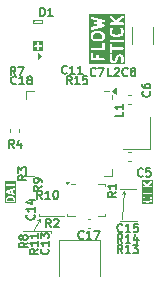
<source format=gbr>
%TF.GenerationSoftware,KiCad,Pcbnew,9.0.1*%
%TF.CreationDate,2025-07-17T15:45:22-04:00*%
%TF.ProjectId,flowstick_main_pcb,666c6f77-7374-4696-936b-5f6d61696e5f,rev?*%
%TF.SameCoordinates,Original*%
%TF.FileFunction,Legend,Top*%
%TF.FilePolarity,Positive*%
%FSLAX46Y46*%
G04 Gerber Fmt 4.6, Leading zero omitted, Abs format (unit mm)*
G04 Created by KiCad (PCBNEW 9.0.1) date 2025-07-17 15:45:22*
%MOMM*%
%LPD*%
G01*
G04 APERTURE LIST*
%ADD10C,0.100000*%
%ADD11C,0.140000*%
%ADD12C,0.200000*%
%ADD13C,0.120000*%
G04 APERTURE END LIST*
D10*
X153600000Y-94600000D02*
X153789796Y-92275000D01*
X147600000Y-95600000D02*
X147600000Y-95800000D01*
X146600000Y-94400000D02*
X148700000Y-94400000D01*
X146700000Y-94600000D02*
X146400000Y-94700000D01*
X145200000Y-95600000D02*
X147600000Y-95600000D01*
X146100000Y-95600000D02*
X146700000Y-94600000D01*
X146700000Y-94800000D02*
X146700000Y-94600000D01*
X146700000Y-94600000D02*
X146700000Y-94900000D01*
X146600000Y-94200000D02*
X146600000Y-94400000D01*
X153400000Y-92100000D02*
X154800000Y-92100000D01*
X153400000Y-94800000D02*
X154900000Y-94800000D01*
X153600000Y-92500000D02*
X153789796Y-92275000D01*
X153789796Y-92275000D02*
X153900000Y-92500000D01*
D11*
G36*
X156264331Y-93322339D02*
G01*
X155268775Y-93322339D01*
X155268775Y-92874561D01*
X155346553Y-92874561D01*
X155346553Y-92941228D01*
X155348741Y-92952232D01*
X155350145Y-92963364D01*
X155383478Y-93063364D01*
X155385214Y-93066409D01*
X155385214Y-93068016D01*
X155391446Y-93077342D01*
X155397004Y-93087092D01*
X155398441Y-93087810D01*
X155400389Y-93090725D01*
X155467055Y-93157392D01*
X155476381Y-93163623D01*
X155485248Y-93170505D01*
X155551916Y-93203838D01*
X155559309Y-93205862D01*
X155566243Y-93209138D01*
X155699575Y-93242471D01*
X155708141Y-93242888D01*
X155716553Y-93244561D01*
X155816553Y-93244561D01*
X155824964Y-93242887D01*
X155833530Y-93242471D01*
X155966863Y-93209138D01*
X155973795Y-93205863D01*
X155981191Y-93203838D01*
X156047858Y-93170505D01*
X156056728Y-93163620D01*
X156066050Y-93157392D01*
X156132717Y-93090726D01*
X156134665Y-93087810D01*
X156136102Y-93087092D01*
X156141657Y-93077345D01*
X156147892Y-93068016D01*
X156147892Y-93066409D01*
X156149628Y-93063364D01*
X156182961Y-92963364D01*
X156184364Y-92952232D01*
X156186553Y-92941228D01*
X156186553Y-92874561D01*
X156184364Y-92863556D01*
X156182961Y-92852425D01*
X156149628Y-92752425D01*
X156147892Y-92749379D01*
X156147892Y-92747772D01*
X156141655Y-92738439D01*
X156136102Y-92728697D01*
X156134665Y-92727978D01*
X156132717Y-92725063D01*
X156099383Y-92691730D01*
X156076673Y-92676556D01*
X156023097Y-92676556D01*
X155985214Y-92714441D01*
X155985214Y-92768017D01*
X156000389Y-92790726D01*
X156022037Y-92812373D01*
X156046553Y-92885920D01*
X156046553Y-92929868D01*
X156022037Y-93003415D01*
X155975089Y-93050364D01*
X155925454Y-93075181D01*
X155807936Y-93104561D01*
X155725170Y-93104561D01*
X155607652Y-93075181D01*
X155558017Y-93050364D01*
X155511068Y-93003416D01*
X155486553Y-92929868D01*
X155486553Y-92885920D01*
X155511068Y-92812373D01*
X155532717Y-92790726D01*
X155547892Y-92768017D01*
X155547893Y-92714441D01*
X155510009Y-92676556D01*
X155456433Y-92676555D01*
X155433723Y-92691730D01*
X155400389Y-92725063D01*
X155398440Y-92727978D01*
X155397004Y-92728697D01*
X155391450Y-92738439D01*
X155385214Y-92747772D01*
X155385214Y-92749379D01*
X155383478Y-92752425D01*
X155350145Y-92852425D01*
X155348741Y-92863556D01*
X155346553Y-92874561D01*
X155268775Y-92874561D01*
X155268775Y-92414440D01*
X155351881Y-92414440D01*
X155351881Y-92468016D01*
X155389765Y-92505900D01*
X155416553Y-92511228D01*
X156116553Y-92511228D01*
X156143341Y-92505900D01*
X156181225Y-92468016D01*
X156186553Y-92441228D01*
X156186553Y-92107895D01*
X156181225Y-92081107D01*
X156143341Y-92043223D01*
X156089765Y-92043223D01*
X156051881Y-92081107D01*
X156046553Y-92107895D01*
X156046553Y-92371228D01*
X155416553Y-92371228D01*
X155389765Y-92376556D01*
X155351881Y-92414440D01*
X155268775Y-92414440D01*
X155268775Y-91447773D01*
X155351881Y-91447773D01*
X155351881Y-91501349D01*
X155367056Y-91524058D01*
X155647558Y-91804561D01*
X155416553Y-91804561D01*
X155389765Y-91809889D01*
X155351881Y-91847773D01*
X155351881Y-91901349D01*
X155389765Y-91939233D01*
X155416553Y-91944561D01*
X156116553Y-91944561D01*
X156143341Y-91939233D01*
X156181225Y-91901349D01*
X156181225Y-91847773D01*
X156143341Y-91809889D01*
X156116553Y-91804561D01*
X155845548Y-91804561D01*
X155823121Y-91782134D01*
X156158553Y-91530561D01*
X156176787Y-91510226D01*
X156184363Y-91457188D01*
X156152218Y-91414327D01*
X156099180Y-91406751D01*
X156074553Y-91418561D01*
X155723121Y-91682134D01*
X155466050Y-91425064D01*
X155443341Y-91409889D01*
X155389765Y-91409889D01*
X155351881Y-91447773D01*
X155268775Y-91447773D01*
X155268775Y-91328973D01*
X156264331Y-91328973D01*
X156264331Y-93322339D01*
G37*
D12*
G36*
X151853264Y-78942676D02*
G01*
X151917442Y-79006853D01*
X151947247Y-79066463D01*
X151947247Y-79209725D01*
X151917442Y-79269334D01*
X151853264Y-79333511D01*
X151701603Y-79371427D01*
X151392889Y-79371427D01*
X151241230Y-79333512D01*
X151177051Y-79269333D01*
X151147247Y-79209724D01*
X151147247Y-79066463D01*
X151177051Y-79006854D01*
X151241230Y-78942675D01*
X151392889Y-78904761D01*
X151701603Y-78904761D01*
X151853264Y-78942676D01*
G37*
G36*
X153868302Y-81515872D02*
G01*
X150836136Y-81515872D01*
X150836136Y-80614285D01*
X150947247Y-80614285D01*
X150947247Y-81090475D01*
X150949168Y-81109984D01*
X150964100Y-81146032D01*
X150991690Y-81173622D01*
X151027738Y-81188554D01*
X151047247Y-81190475D01*
X152047247Y-81190475D01*
X152066756Y-81188554D01*
X152102804Y-81173622D01*
X152130394Y-81146032D01*
X152145326Y-81109984D01*
X152145326Y-81070966D01*
X152130394Y-81034918D01*
X152102804Y-81007328D01*
X152066756Y-80992396D01*
X152047247Y-80990475D01*
X151623437Y-80990475D01*
X151623437Y-80876190D01*
X152557191Y-80876190D01*
X152557191Y-81114285D01*
X152559112Y-81133794D01*
X152560487Y-81137114D01*
X152560742Y-81140698D01*
X152567748Y-81159006D01*
X152615367Y-81254244D01*
X152620652Y-81262640D01*
X152621663Y-81265080D01*
X152623916Y-81267826D01*
X152625810Y-81270834D01*
X152627804Y-81272563D01*
X152634099Y-81280234D01*
X152681718Y-81327852D01*
X152689384Y-81334144D01*
X152691117Y-81336142D01*
X152694125Y-81338035D01*
X152696871Y-81340289D01*
X152699311Y-81341299D01*
X152707708Y-81346585D01*
X152802945Y-81394204D01*
X152821254Y-81401210D01*
X152824837Y-81401464D01*
X152828158Y-81402840D01*
X152847667Y-81404761D01*
X152942905Y-81404761D01*
X152962414Y-81402840D01*
X152965734Y-81401464D01*
X152969318Y-81401210D01*
X152987626Y-81394204D01*
X153082864Y-81346585D01*
X153091260Y-81341299D01*
X153093700Y-81340289D01*
X153096446Y-81338035D01*
X153099454Y-81336142D01*
X153101183Y-81334147D01*
X153108854Y-81327853D01*
X153156472Y-81280234D01*
X153162764Y-81272567D01*
X153164762Y-81270835D01*
X153166655Y-81267826D01*
X153168909Y-81265081D01*
X153169919Y-81262640D01*
X153175205Y-81254244D01*
X153222824Y-81159007D01*
X153223370Y-81157578D01*
X153223800Y-81156999D01*
X153226721Y-81148822D01*
X153229830Y-81140698D01*
X153229881Y-81139977D01*
X153230395Y-81138539D01*
X153275351Y-80958713D01*
X153310805Y-80887806D01*
X153335473Y-80863137D01*
X153395083Y-80833333D01*
X153443107Y-80833333D01*
X153502718Y-80863139D01*
X153527386Y-80887806D01*
X153557191Y-80947416D01*
X153557191Y-81145677D01*
X153514704Y-81273138D01*
X153510357Y-81292254D01*
X153513123Y-81331174D01*
X153530573Y-81366073D01*
X153560049Y-81391638D01*
X153597065Y-81403976D01*
X153635985Y-81401210D01*
X153670884Y-81383760D01*
X153696449Y-81354284D01*
X153704440Y-81336384D01*
X153752059Y-81193527D01*
X153754258Y-81183854D01*
X153755270Y-81181413D01*
X153755618Y-81177875D01*
X153756406Y-81174412D01*
X153756218Y-81171777D01*
X153757191Y-81161904D01*
X153757191Y-80923809D01*
X153755270Y-80904300D01*
X153753894Y-80900979D01*
X153753640Y-80897396D01*
X153746634Y-80879087D01*
X153699015Y-80783850D01*
X153693729Y-80775453D01*
X153692719Y-80773013D01*
X153690465Y-80770267D01*
X153688572Y-80767259D01*
X153686575Y-80765527D01*
X153680282Y-80757859D01*
X153632662Y-80710241D01*
X153624992Y-80703946D01*
X153623263Y-80701952D01*
X153620258Y-80700060D01*
X153617509Y-80697804D01*
X153615065Y-80696792D01*
X153606673Y-80691509D01*
X153511435Y-80643890D01*
X153493127Y-80636884D01*
X153489543Y-80636629D01*
X153486223Y-80635254D01*
X153466714Y-80633333D01*
X153371476Y-80633333D01*
X153351967Y-80635254D01*
X153348646Y-80636629D01*
X153345063Y-80636884D01*
X153326754Y-80643890D01*
X153231517Y-80691509D01*
X153223120Y-80696794D01*
X153220680Y-80697805D01*
X153217934Y-80700058D01*
X153214926Y-80701952D01*
X153213193Y-80703949D01*
X153205527Y-80710242D01*
X153157908Y-80757860D01*
X153151613Y-80765530D01*
X153149619Y-80767260D01*
X153147725Y-80770267D01*
X153145472Y-80773014D01*
X153144461Y-80775453D01*
X153139176Y-80783850D01*
X153091557Y-80879088D01*
X153091011Y-80880514D01*
X153090581Y-80881095D01*
X153087659Y-80889271D01*
X153084551Y-80897396D01*
X153084499Y-80898118D01*
X153083986Y-80899556D01*
X153039029Y-81079380D01*
X153003576Y-81150287D01*
X152978907Y-81174955D01*
X152919298Y-81204761D01*
X152871274Y-81204761D01*
X152811664Y-81174956D01*
X152786996Y-81150287D01*
X152757191Y-81090677D01*
X152757191Y-80892417D01*
X152799678Y-80764956D01*
X152804025Y-80745841D01*
X152801259Y-80706921D01*
X152783809Y-80672022D01*
X152754333Y-80646457D01*
X152717317Y-80634118D01*
X152678397Y-80636885D01*
X152643498Y-80654334D01*
X152617933Y-80683810D01*
X152609942Y-80701711D01*
X152562323Y-80844567D01*
X152560123Y-80854238D01*
X152559112Y-80856681D01*
X152558763Y-80860219D01*
X152557976Y-80863683D01*
X152558163Y-80866316D01*
X152557191Y-80876190D01*
X151623437Y-80876190D01*
X151623437Y-80757142D01*
X151621516Y-80737633D01*
X151606584Y-80701585D01*
X151578994Y-80673995D01*
X151542946Y-80659063D01*
X151503928Y-80659063D01*
X151467880Y-80673995D01*
X151440290Y-80701585D01*
X151425358Y-80737633D01*
X151423437Y-80757142D01*
X151423437Y-80990475D01*
X151147247Y-80990475D01*
X151147247Y-80614285D01*
X151145326Y-80594776D01*
X151130394Y-80558728D01*
X151102804Y-80531138D01*
X151066756Y-80516206D01*
X151027738Y-80516206D01*
X150991690Y-80531138D01*
X150964100Y-80558728D01*
X150949168Y-80594776D01*
X150947247Y-80614285D01*
X150836136Y-80614285D01*
X150836136Y-80213823D01*
X150949168Y-80213823D01*
X150949168Y-80252841D01*
X150964100Y-80288889D01*
X150991690Y-80316479D01*
X151027738Y-80331411D01*
X151047247Y-80333332D01*
X152047247Y-80333332D01*
X152066756Y-80331411D01*
X152102804Y-80316479D01*
X152130394Y-80288889D01*
X152145326Y-80252841D01*
X152147247Y-80233332D01*
X152147247Y-79876190D01*
X152557191Y-79876190D01*
X152557191Y-80447618D01*
X152559112Y-80467127D01*
X152574044Y-80503175D01*
X152601634Y-80530765D01*
X152637682Y-80545697D01*
X152676700Y-80545697D01*
X152712748Y-80530765D01*
X152740338Y-80503175D01*
X152755270Y-80467127D01*
X152757191Y-80447618D01*
X152757191Y-80261904D01*
X153657191Y-80261904D01*
X153676700Y-80259983D01*
X153712748Y-80245051D01*
X153740338Y-80217461D01*
X153755270Y-80181413D01*
X153755270Y-80142395D01*
X153740338Y-80106347D01*
X153712748Y-80078757D01*
X153676700Y-80063825D01*
X153657191Y-80061904D01*
X152757191Y-80061904D01*
X152757191Y-79876190D01*
X152755270Y-79856681D01*
X152740338Y-79820633D01*
X152712748Y-79793043D01*
X152676700Y-79778111D01*
X152637682Y-79778111D01*
X152601634Y-79793043D01*
X152574044Y-79820633D01*
X152559112Y-79856681D01*
X152557191Y-79876190D01*
X152147247Y-79876190D01*
X152147247Y-79757142D01*
X152145326Y-79737633D01*
X152130394Y-79701585D01*
X152102804Y-79673995D01*
X152066756Y-79659063D01*
X152027738Y-79659063D01*
X151991690Y-79673995D01*
X151964100Y-79701585D01*
X151949168Y-79737633D01*
X151947247Y-79757142D01*
X151947247Y-80133332D01*
X151047247Y-80133332D01*
X151027738Y-80135253D01*
X150991690Y-80150185D01*
X150964100Y-80177775D01*
X150949168Y-80213823D01*
X150836136Y-80213823D01*
X150836136Y-79042856D01*
X150947247Y-79042856D01*
X150947247Y-79233332D01*
X150949168Y-79252841D01*
X150950543Y-79256161D01*
X150950798Y-79259745D01*
X150957804Y-79278053D01*
X151005423Y-79373291D01*
X151010708Y-79381687D01*
X151011719Y-79384127D01*
X151013972Y-79386873D01*
X151015866Y-79389881D01*
X151017860Y-79391610D01*
X151024155Y-79399281D01*
X151119393Y-79494519D01*
X151134547Y-79506955D01*
X151141415Y-79509800D01*
X151147390Y-79514227D01*
X151165850Y-79520822D01*
X151356326Y-79568441D01*
X151359707Y-79568941D01*
X151361071Y-79569506D01*
X151368421Y-79570229D01*
X151375719Y-79571309D01*
X151377177Y-79571091D01*
X151380580Y-79571427D01*
X151713913Y-79571427D01*
X151717315Y-79571091D01*
X151718774Y-79571309D01*
X151726071Y-79570229D01*
X151733422Y-79569506D01*
X151734785Y-79568941D01*
X151738167Y-79568441D01*
X151918542Y-79523347D01*
X152559112Y-79523347D01*
X152559112Y-79562365D01*
X152574044Y-79598413D01*
X152601634Y-79626003D01*
X152637682Y-79640935D01*
X152657191Y-79642856D01*
X153657191Y-79642856D01*
X153676700Y-79640935D01*
X153712748Y-79626003D01*
X153740338Y-79598413D01*
X153755270Y-79562365D01*
X153755270Y-79523347D01*
X153740338Y-79487299D01*
X153712748Y-79459709D01*
X153676700Y-79444777D01*
X153657191Y-79442856D01*
X152657191Y-79442856D01*
X152637682Y-79444777D01*
X152601634Y-79459709D01*
X152574044Y-79487299D01*
X152559112Y-79523347D01*
X151918542Y-79523347D01*
X151928642Y-79520822D01*
X151947103Y-79514227D01*
X151953075Y-79509801D01*
X151959946Y-79506956D01*
X151975099Y-79494519D01*
X152070339Y-79399281D01*
X152076632Y-79391612D01*
X152078628Y-79389882D01*
X152080521Y-79386874D01*
X152082775Y-79384128D01*
X152083785Y-79381687D01*
X152089071Y-79373291D01*
X152136690Y-79278054D01*
X152143696Y-79259745D01*
X152143950Y-79256161D01*
X152145326Y-79252841D01*
X152147247Y-79233332D01*
X152147247Y-79042856D01*
X152145326Y-79023347D01*
X152143950Y-79020026D01*
X152143696Y-79016443D01*
X152136690Y-78998134D01*
X152089071Y-78902897D01*
X152083785Y-78894500D01*
X152082775Y-78892060D01*
X152080521Y-78889313D01*
X152078628Y-78886306D01*
X152076632Y-78884575D01*
X152070339Y-78876907D01*
X151975099Y-78781669D01*
X151959946Y-78769232D01*
X151953075Y-78766386D01*
X151947103Y-78761961D01*
X151928642Y-78755366D01*
X151738167Y-78707747D01*
X151734785Y-78707246D01*
X151733422Y-78706682D01*
X151726071Y-78705958D01*
X151718774Y-78704879D01*
X151717315Y-78705096D01*
X151713913Y-78704761D01*
X151380580Y-78704761D01*
X151377177Y-78705096D01*
X151375719Y-78704879D01*
X151368421Y-78705958D01*
X151361071Y-78706682D01*
X151359707Y-78707246D01*
X151356326Y-78707747D01*
X151165850Y-78755366D01*
X151147390Y-78761961D01*
X151141415Y-78766387D01*
X151134547Y-78769233D01*
X151119393Y-78781669D01*
X151024155Y-78876907D01*
X151017860Y-78884577D01*
X151015866Y-78886307D01*
X151013972Y-78889314D01*
X151011719Y-78892061D01*
X151010708Y-78894500D01*
X151005423Y-78902897D01*
X150957804Y-78998135D01*
X150950798Y-79016443D01*
X150950543Y-79020026D01*
X150949168Y-79023347D01*
X150947247Y-79042856D01*
X150836136Y-79042856D01*
X150836136Y-78685714D01*
X152557191Y-78685714D01*
X152557191Y-78780952D01*
X152558163Y-78790825D01*
X152557976Y-78793459D01*
X152558763Y-78796922D01*
X152559112Y-78800461D01*
X152560123Y-78802903D01*
X152562323Y-78812575D01*
X152609942Y-78955431D01*
X152617933Y-78973332D01*
X152620288Y-78976047D01*
X152621663Y-78979366D01*
X152634099Y-78994520D01*
X152729337Y-79089758D01*
X152737003Y-79096049D01*
X152738736Y-79098047D01*
X152741747Y-79099942D01*
X152744491Y-79102194D01*
X152746928Y-79103203D01*
X152755327Y-79108490D01*
X152850564Y-79156109D01*
X152851992Y-79156655D01*
X152852572Y-79157085D01*
X152860748Y-79160006D01*
X152868873Y-79163115D01*
X152869593Y-79163166D01*
X152871032Y-79163680D01*
X153061508Y-79211299D01*
X153064889Y-79211799D01*
X153066253Y-79212364D01*
X153073603Y-79213087D01*
X153080901Y-79214167D01*
X153082359Y-79213949D01*
X153085762Y-79214285D01*
X153228619Y-79214285D01*
X153232021Y-79213949D01*
X153233480Y-79214167D01*
X153240777Y-79213087D01*
X153248128Y-79212364D01*
X153249491Y-79211799D01*
X153252873Y-79211299D01*
X153443348Y-79163680D01*
X153444785Y-79163166D01*
X153445508Y-79163115D01*
X153453632Y-79160006D01*
X153461809Y-79157085D01*
X153462389Y-79156654D01*
X153463816Y-79156109D01*
X153559054Y-79108490D01*
X153567446Y-79103207D01*
X153569890Y-79102195D01*
X153572639Y-79099938D01*
X153575644Y-79098047D01*
X153577373Y-79096052D01*
X153585043Y-79089758D01*
X153680283Y-78994520D01*
X153692719Y-78979367D01*
X153694094Y-78976047D01*
X153696449Y-78973332D01*
X153704440Y-78955432D01*
X153752059Y-78812575D01*
X153754258Y-78802902D01*
X153755270Y-78800461D01*
X153755618Y-78796923D01*
X153756406Y-78793460D01*
X153756218Y-78790825D01*
X153757191Y-78780952D01*
X153757191Y-78685714D01*
X153756218Y-78675840D01*
X153756406Y-78673206D01*
X153755618Y-78669742D01*
X153755270Y-78666205D01*
X153754258Y-78663763D01*
X153752059Y-78654091D01*
X153704440Y-78511234D01*
X153696449Y-78493334D01*
X153694094Y-78490618D01*
X153692719Y-78487299D01*
X153680282Y-78472145D01*
X153632662Y-78424527D01*
X153617509Y-78412090D01*
X153581460Y-78397159D01*
X153542442Y-78397160D01*
X153506394Y-78412091D01*
X153478804Y-78439681D01*
X153463873Y-78475730D01*
X153463874Y-78514748D01*
X153478805Y-78550796D01*
X153491242Y-78565949D01*
X153522169Y-78596875D01*
X153557191Y-78701940D01*
X153557191Y-78764725D01*
X153522169Y-78869790D01*
X153455099Y-78936860D01*
X153384190Y-78972314D01*
X153216309Y-79014285D01*
X153098071Y-79014285D01*
X152930190Y-78972314D01*
X152859285Y-78936862D01*
X152792212Y-78869789D01*
X152757191Y-78764725D01*
X152757191Y-78701941D01*
X152792212Y-78596875D01*
X152823139Y-78565949D01*
X152835576Y-78550796D01*
X152850507Y-78514747D01*
X152850507Y-78475729D01*
X152835576Y-78439681D01*
X152807986Y-78412091D01*
X152771938Y-78397160D01*
X152732920Y-78397160D01*
X152696871Y-78412091D01*
X152681718Y-78424528D01*
X152634099Y-78472146D01*
X152621663Y-78487300D01*
X152620288Y-78490618D01*
X152617933Y-78493334D01*
X152609942Y-78511235D01*
X152562323Y-78654091D01*
X152560123Y-78663762D01*
X152559112Y-78666205D01*
X152558763Y-78669743D01*
X152557976Y-78673207D01*
X152558163Y-78675840D01*
X152557191Y-78685714D01*
X150836136Y-78685714D01*
X150836136Y-77610546D01*
X150947316Y-77610546D01*
X150953493Y-77649073D01*
X150973942Y-77682303D01*
X151005551Y-77705178D01*
X151024085Y-77711566D01*
X151638557Y-77857868D01*
X151307195Y-77946232D01*
X151302620Y-77947947D01*
X151300704Y-77948202D01*
X151298429Y-77949518D01*
X151288839Y-77953115D01*
X151278353Y-77961141D01*
X151266936Y-77967751D01*
X151262999Y-77972894D01*
X151257856Y-77976831D01*
X151251246Y-77988248D01*
X151243220Y-77998734D01*
X151241549Y-78004997D01*
X151238307Y-78010599D01*
X151236569Y-78023676D01*
X151233167Y-78036435D01*
X151234020Y-78042856D01*
X151233167Y-78049277D01*
X151236569Y-78062035D01*
X151238307Y-78075113D01*
X151241549Y-78080714D01*
X151243220Y-78086978D01*
X151251246Y-78097463D01*
X151257856Y-78108881D01*
X151262999Y-78112817D01*
X151266936Y-78117961D01*
X151278353Y-78124570D01*
X151288839Y-78132597D01*
X151298429Y-78136193D01*
X151300704Y-78137510D01*
X151302620Y-78137764D01*
X151307195Y-78139480D01*
X151638557Y-78227843D01*
X151024085Y-78374146D01*
X151005551Y-78380534D01*
X150973942Y-78403409D01*
X150953493Y-78436639D01*
X150947316Y-78475166D01*
X150956354Y-78513123D01*
X150979229Y-78544732D01*
X151012459Y-78565181D01*
X151050986Y-78571358D01*
X151070409Y-78568708D01*
X152070409Y-78330613D01*
X152077101Y-78328306D01*
X152079505Y-78327987D01*
X152081677Y-78326729D01*
X152088943Y-78324225D01*
X152100705Y-78315712D01*
X152113272Y-78308437D01*
X152116392Y-78304359D01*
X152120552Y-78301350D01*
X152128159Y-78288987D01*
X152136988Y-78277454D01*
X152138311Y-78272490D01*
X152141001Y-78268120D01*
X152143299Y-78253785D01*
X152147041Y-78239753D01*
X152146364Y-78234664D01*
X152147178Y-78229593D01*
X152143813Y-78215464D01*
X152141902Y-78201075D01*
X152139329Y-78196631D01*
X152138140Y-78191636D01*
X152129626Y-78179871D01*
X152122352Y-78167307D01*
X152118274Y-78164186D01*
X152115265Y-78160027D01*
X152102902Y-78152419D01*
X152091369Y-78143591D01*
X152084169Y-78140891D01*
X152082035Y-78139578D01*
X152079643Y-78139194D01*
X152073014Y-78136709D01*
X151721066Y-78042856D01*
X152073014Y-77949003D01*
X152079643Y-77946517D01*
X152082035Y-77946134D01*
X152084169Y-77944820D01*
X152091369Y-77942121D01*
X152102902Y-77933292D01*
X152115265Y-77925685D01*
X152118274Y-77921525D01*
X152122352Y-77918405D01*
X152129626Y-77905840D01*
X152138140Y-77894076D01*
X152139329Y-77889080D01*
X152141902Y-77884637D01*
X152143813Y-77870247D01*
X152147178Y-77856119D01*
X152146364Y-77851047D01*
X152147041Y-77845959D01*
X152143299Y-77831926D01*
X152141001Y-77817592D01*
X152138311Y-77813221D01*
X152136988Y-77808258D01*
X152128159Y-77796724D01*
X152120552Y-77784362D01*
X152116392Y-77781352D01*
X152113272Y-77777275D01*
X152100705Y-77769999D01*
X152088943Y-77761487D01*
X152081677Y-77758982D01*
X152079505Y-77757725D01*
X152077101Y-77757405D01*
X152070409Y-77755099D01*
X151070409Y-77517004D01*
X151050986Y-77514354D01*
X151012459Y-77520531D01*
X150979229Y-77540980D01*
X150956354Y-77572589D01*
X150947316Y-77610546D01*
X150836136Y-77610546D01*
X150836136Y-77475729D01*
X152559112Y-77475729D01*
X152559112Y-77514747D01*
X152574044Y-77550795D01*
X152586480Y-77565949D01*
X152987197Y-77966666D01*
X152657191Y-77966666D01*
X152637682Y-77968587D01*
X152601634Y-77983519D01*
X152574044Y-78011109D01*
X152559112Y-78047157D01*
X152559112Y-78086175D01*
X152574044Y-78122223D01*
X152601634Y-78149813D01*
X152637682Y-78164745D01*
X152657191Y-78166666D01*
X153657191Y-78166666D01*
X153676700Y-78164745D01*
X153712748Y-78149813D01*
X153740338Y-78122223D01*
X153755270Y-78086175D01*
X153755270Y-78047157D01*
X153740338Y-78011109D01*
X153712748Y-77983519D01*
X153676700Y-77968587D01*
X153657191Y-77966666D01*
X153270041Y-77966666D01*
X153238003Y-77934628D01*
X153717191Y-77575238D01*
X153731646Y-77561996D01*
X153751525Y-77528421D01*
X153757043Y-77489795D01*
X153747360Y-77451998D01*
X153723949Y-77420783D01*
X153690375Y-77400904D01*
X153651749Y-77395386D01*
X153613951Y-77405069D01*
X153597191Y-77415238D01*
X153095146Y-77791771D01*
X152727902Y-77424527D01*
X152712748Y-77412091D01*
X152676700Y-77397159D01*
X152637682Y-77397159D01*
X152601634Y-77412091D01*
X152574044Y-77439681D01*
X152559112Y-77475729D01*
X150836136Y-77475729D01*
X150836136Y-77284275D01*
X153868302Y-77284275D01*
X153868302Y-81515872D01*
G37*
D11*
G36*
X144325453Y-92840607D02*
G01*
X144375088Y-92865425D01*
X144422037Y-92912373D01*
X144446553Y-92985920D01*
X144446553Y-93071228D01*
X143886553Y-93071228D01*
X143886553Y-92985920D01*
X143911068Y-92912373D01*
X143958017Y-92865424D01*
X144007653Y-92840606D01*
X144125170Y-92811228D01*
X144207936Y-92811228D01*
X144325453Y-92840607D01*
G37*
G36*
X144246553Y-92377441D02*
G01*
X144037912Y-92307894D01*
X144246553Y-92238347D01*
X144246553Y-92377441D01*
G37*
G36*
X144664331Y-93289006D02*
G01*
X143668775Y-93289006D01*
X143668775Y-92974561D01*
X143746553Y-92974561D01*
X143746553Y-93141228D01*
X143751881Y-93168016D01*
X143789765Y-93205900D01*
X143816553Y-93211228D01*
X144516553Y-93211228D01*
X144543341Y-93205900D01*
X144581225Y-93168016D01*
X144586553Y-93141228D01*
X144586553Y-92974561D01*
X144584364Y-92963556D01*
X144582961Y-92952425D01*
X144549628Y-92852425D01*
X144547892Y-92849379D01*
X144547892Y-92847773D01*
X144541657Y-92838443D01*
X144536102Y-92828697D01*
X144534665Y-92827978D01*
X144532717Y-92825063D01*
X144466050Y-92758397D01*
X144456719Y-92752162D01*
X144447858Y-92745285D01*
X144381191Y-92711951D01*
X144373794Y-92709925D01*
X144366863Y-92706651D01*
X144233530Y-92673318D01*
X144224964Y-92672901D01*
X144216553Y-92671228D01*
X144116553Y-92671228D01*
X144108141Y-92672900D01*
X144099575Y-92673318D01*
X143966243Y-92706651D01*
X143959312Y-92709925D01*
X143951914Y-92711951D01*
X143885248Y-92745285D01*
X143876384Y-92752164D01*
X143867056Y-92758397D01*
X143800389Y-92825063D01*
X143798440Y-92827978D01*
X143797004Y-92828697D01*
X143791450Y-92838439D01*
X143785214Y-92847772D01*
X143785214Y-92849379D01*
X143783478Y-92852425D01*
X143750145Y-92952425D01*
X143748741Y-92963556D01*
X143746553Y-92974561D01*
X143668775Y-92974561D01*
X143668775Y-92302933D01*
X143746729Y-92302933D01*
X143748383Y-92307895D01*
X143746729Y-92312857D01*
X143756653Y-92332705D01*
X143763671Y-92353759D01*
X143768349Y-92356098D01*
X143770689Y-92360777D01*
X143794417Y-92374303D01*
X144494417Y-92607636D01*
X144521516Y-92611052D01*
X144569435Y-92587092D01*
X144586378Y-92536266D01*
X144562418Y-92488346D01*
X144538689Y-92474820D01*
X144386553Y-92424108D01*
X144386553Y-92191681D01*
X144538689Y-92140969D01*
X144562417Y-92127443D01*
X144586377Y-92079523D01*
X144569435Y-92028697D01*
X144521515Y-92004737D01*
X144494417Y-92008153D01*
X143794417Y-92241487D01*
X143770689Y-92255013D01*
X143768349Y-92259691D01*
X143763671Y-92262031D01*
X143756653Y-92283085D01*
X143746729Y-92302933D01*
X143668775Y-92302933D01*
X143668775Y-91541228D01*
X143746553Y-91541228D01*
X143746553Y-91941228D01*
X143751881Y-91968016D01*
X143789765Y-92005900D01*
X143843341Y-92005900D01*
X143881225Y-91968016D01*
X143886553Y-91941228D01*
X143886553Y-91811228D01*
X144516553Y-91811228D01*
X144543341Y-91805900D01*
X144581225Y-91768016D01*
X144581225Y-91714440D01*
X144543341Y-91676556D01*
X144516553Y-91671228D01*
X143886553Y-91671228D01*
X143886553Y-91541228D01*
X143881225Y-91514440D01*
X143843341Y-91476556D01*
X143789765Y-91476556D01*
X143751881Y-91514440D01*
X143746553Y-91541228D01*
X143668775Y-91541228D01*
X143668775Y-91398778D01*
X144664331Y-91398778D01*
X144664331Y-93289006D01*
G37*
X148949999Y-82249886D02*
X148916666Y-82283220D01*
X148916666Y-82283220D02*
X148816666Y-82316553D01*
X148816666Y-82316553D02*
X148749999Y-82316553D01*
X148749999Y-82316553D02*
X148649999Y-82283220D01*
X148649999Y-82283220D02*
X148583333Y-82216553D01*
X148583333Y-82216553D02*
X148549999Y-82149886D01*
X148549999Y-82149886D02*
X148516666Y-82016553D01*
X148516666Y-82016553D02*
X148516666Y-81916553D01*
X148516666Y-81916553D02*
X148549999Y-81783220D01*
X148549999Y-81783220D02*
X148583333Y-81716553D01*
X148583333Y-81716553D02*
X148649999Y-81649886D01*
X148649999Y-81649886D02*
X148749999Y-81616553D01*
X148749999Y-81616553D02*
X148816666Y-81616553D01*
X148816666Y-81616553D02*
X148916666Y-81649886D01*
X148916666Y-81649886D02*
X148949999Y-81683220D01*
X149616666Y-82316553D02*
X149216666Y-82316553D01*
X149416666Y-82316553D02*
X149416666Y-81616553D01*
X149416666Y-81616553D02*
X149349999Y-81716553D01*
X149349999Y-81716553D02*
X149283333Y-81783220D01*
X149283333Y-81783220D02*
X149216666Y-81816553D01*
X150283333Y-82316553D02*
X149883333Y-82316553D01*
X150083333Y-82316553D02*
X150083333Y-81616553D01*
X150083333Y-81616553D02*
X150016666Y-81716553D01*
X150016666Y-81716553D02*
X149950000Y-81783220D01*
X149950000Y-81783220D02*
X149883333Y-81816553D01*
X149349999Y-83216553D02*
X149116666Y-82883220D01*
X148949999Y-83216553D02*
X148949999Y-82516553D01*
X148949999Y-82516553D02*
X149216666Y-82516553D01*
X149216666Y-82516553D02*
X149283333Y-82549886D01*
X149283333Y-82549886D02*
X149316666Y-82583220D01*
X149316666Y-82583220D02*
X149349999Y-82649886D01*
X149349999Y-82649886D02*
X149349999Y-82749886D01*
X149349999Y-82749886D02*
X149316666Y-82816553D01*
X149316666Y-82816553D02*
X149283333Y-82849886D01*
X149283333Y-82849886D02*
X149216666Y-82883220D01*
X149216666Y-82883220D02*
X148949999Y-82883220D01*
X150016666Y-83216553D02*
X149616666Y-83216553D01*
X149816666Y-83216553D02*
X149816666Y-82516553D01*
X149816666Y-82516553D02*
X149749999Y-82616553D01*
X149749999Y-82616553D02*
X149683333Y-82683220D01*
X149683333Y-82683220D02*
X149616666Y-82716553D01*
X150650000Y-82516553D02*
X150316666Y-82516553D01*
X150316666Y-82516553D02*
X150283333Y-82849886D01*
X150283333Y-82849886D02*
X150316666Y-82816553D01*
X150316666Y-82816553D02*
X150383333Y-82783220D01*
X150383333Y-82783220D02*
X150550000Y-82783220D01*
X150550000Y-82783220D02*
X150616666Y-82816553D01*
X150616666Y-82816553D02*
X150650000Y-82849886D01*
X150650000Y-82849886D02*
X150683333Y-82916553D01*
X150683333Y-82916553D02*
X150683333Y-83083220D01*
X150683333Y-83083220D02*
X150650000Y-83149886D01*
X150650000Y-83149886D02*
X150616666Y-83183220D01*
X150616666Y-83183220D02*
X150550000Y-83216553D01*
X150550000Y-83216553D02*
X150383333Y-83216553D01*
X150383333Y-83216553D02*
X150316666Y-83183220D01*
X150316666Y-83183220D02*
X150283333Y-83149886D01*
X144649999Y-83149886D02*
X144616666Y-83183220D01*
X144616666Y-83183220D02*
X144516666Y-83216553D01*
X144516666Y-83216553D02*
X144449999Y-83216553D01*
X144449999Y-83216553D02*
X144349999Y-83183220D01*
X144349999Y-83183220D02*
X144283333Y-83116553D01*
X144283333Y-83116553D02*
X144249999Y-83049886D01*
X144249999Y-83049886D02*
X144216666Y-82916553D01*
X144216666Y-82916553D02*
X144216666Y-82816553D01*
X144216666Y-82816553D02*
X144249999Y-82683220D01*
X144249999Y-82683220D02*
X144283333Y-82616553D01*
X144283333Y-82616553D02*
X144349999Y-82549886D01*
X144349999Y-82549886D02*
X144449999Y-82516553D01*
X144449999Y-82516553D02*
X144516666Y-82516553D01*
X144516666Y-82516553D02*
X144616666Y-82549886D01*
X144616666Y-82549886D02*
X144649999Y-82583220D01*
X145316666Y-83216553D02*
X144916666Y-83216553D01*
X145116666Y-83216553D02*
X145116666Y-82516553D01*
X145116666Y-82516553D02*
X145049999Y-82616553D01*
X145049999Y-82616553D02*
X144983333Y-82683220D01*
X144983333Y-82683220D02*
X144916666Y-82716553D01*
X145716666Y-82816553D02*
X145650000Y-82783220D01*
X145650000Y-82783220D02*
X145616666Y-82749886D01*
X145616666Y-82749886D02*
X145583333Y-82683220D01*
X145583333Y-82683220D02*
X145583333Y-82649886D01*
X145583333Y-82649886D02*
X145616666Y-82583220D01*
X145616666Y-82583220D02*
X145650000Y-82549886D01*
X145650000Y-82549886D02*
X145716666Y-82516553D01*
X145716666Y-82516553D02*
X145850000Y-82516553D01*
X145850000Y-82516553D02*
X145916666Y-82549886D01*
X145916666Y-82549886D02*
X145950000Y-82583220D01*
X145950000Y-82583220D02*
X145983333Y-82649886D01*
X145983333Y-82649886D02*
X145983333Y-82683220D01*
X145983333Y-82683220D02*
X145950000Y-82749886D01*
X145950000Y-82749886D02*
X145916666Y-82783220D01*
X145916666Y-82783220D02*
X145850000Y-82816553D01*
X145850000Y-82816553D02*
X145716666Y-82816553D01*
X145716666Y-82816553D02*
X145650000Y-82849886D01*
X145650000Y-82849886D02*
X145616666Y-82883220D01*
X145616666Y-82883220D02*
X145583333Y-82949886D01*
X145583333Y-82949886D02*
X145583333Y-83083220D01*
X145583333Y-83083220D02*
X145616666Y-83149886D01*
X145616666Y-83149886D02*
X145650000Y-83183220D01*
X145650000Y-83183220D02*
X145716666Y-83216553D01*
X145716666Y-83216553D02*
X145850000Y-83216553D01*
X145850000Y-83216553D02*
X145916666Y-83183220D01*
X145916666Y-83183220D02*
X145950000Y-83149886D01*
X145950000Y-83149886D02*
X145983333Y-83083220D01*
X145983333Y-83083220D02*
X145983333Y-82949886D01*
X145983333Y-82949886D02*
X145950000Y-82883220D01*
X145950000Y-82883220D02*
X145916666Y-82849886D01*
X145916666Y-82849886D02*
X145850000Y-82816553D01*
X146849999Y-92916553D02*
X146616666Y-92583220D01*
X146449999Y-92916553D02*
X146449999Y-92216553D01*
X146449999Y-92216553D02*
X146716666Y-92216553D01*
X146716666Y-92216553D02*
X146783333Y-92249886D01*
X146783333Y-92249886D02*
X146816666Y-92283220D01*
X146816666Y-92283220D02*
X146849999Y-92349886D01*
X146849999Y-92349886D02*
X146849999Y-92449886D01*
X146849999Y-92449886D02*
X146816666Y-92516553D01*
X146816666Y-92516553D02*
X146783333Y-92549886D01*
X146783333Y-92549886D02*
X146716666Y-92583220D01*
X146716666Y-92583220D02*
X146449999Y-92583220D01*
X147516666Y-92916553D02*
X147116666Y-92916553D01*
X147316666Y-92916553D02*
X147316666Y-92216553D01*
X147316666Y-92216553D02*
X147249999Y-92316553D01*
X147249999Y-92316553D02*
X147183333Y-92383220D01*
X147183333Y-92383220D02*
X147116666Y-92416553D01*
X147950000Y-92216553D02*
X148016666Y-92216553D01*
X148016666Y-92216553D02*
X148083333Y-92249886D01*
X148083333Y-92249886D02*
X148116666Y-92283220D01*
X148116666Y-92283220D02*
X148150000Y-92349886D01*
X148150000Y-92349886D02*
X148183333Y-92483220D01*
X148183333Y-92483220D02*
X148183333Y-92649886D01*
X148183333Y-92649886D02*
X148150000Y-92783220D01*
X148150000Y-92783220D02*
X148116666Y-92849886D01*
X148116666Y-92849886D02*
X148083333Y-92883220D01*
X148083333Y-92883220D02*
X148016666Y-92916553D01*
X148016666Y-92916553D02*
X147950000Y-92916553D01*
X147950000Y-92916553D02*
X147883333Y-92883220D01*
X147883333Y-92883220D02*
X147850000Y-92849886D01*
X147850000Y-92849886D02*
X147816666Y-92783220D01*
X147816666Y-92783220D02*
X147783333Y-92649886D01*
X147783333Y-92649886D02*
X147783333Y-92483220D01*
X147783333Y-92483220D02*
X147816666Y-92349886D01*
X147816666Y-92349886D02*
X147850000Y-92283220D01*
X147850000Y-92283220D02*
X147883333Y-92249886D01*
X147883333Y-92249886D02*
X147950000Y-92216553D01*
X146149886Y-94250000D02*
X146183220Y-94283333D01*
X146183220Y-94283333D02*
X146216553Y-94383333D01*
X146216553Y-94383333D02*
X146216553Y-94450000D01*
X146216553Y-94450000D02*
X146183220Y-94550000D01*
X146183220Y-94550000D02*
X146116553Y-94616667D01*
X146116553Y-94616667D02*
X146049886Y-94650000D01*
X146049886Y-94650000D02*
X145916553Y-94683333D01*
X145916553Y-94683333D02*
X145816553Y-94683333D01*
X145816553Y-94683333D02*
X145683220Y-94650000D01*
X145683220Y-94650000D02*
X145616553Y-94616667D01*
X145616553Y-94616667D02*
X145549886Y-94550000D01*
X145549886Y-94550000D02*
X145516553Y-94450000D01*
X145516553Y-94450000D02*
X145516553Y-94383333D01*
X145516553Y-94383333D02*
X145549886Y-94283333D01*
X145549886Y-94283333D02*
X145583220Y-94250000D01*
X146216553Y-93583333D02*
X146216553Y-93983333D01*
X146216553Y-93783333D02*
X145516553Y-93783333D01*
X145516553Y-93783333D02*
X145616553Y-93850000D01*
X145616553Y-93850000D02*
X145683220Y-93916667D01*
X145683220Y-93916667D02*
X145716553Y-93983333D01*
X145749886Y-92983333D02*
X146216553Y-92983333D01*
X145483220Y-93150000D02*
X145983220Y-93316666D01*
X145983220Y-93316666D02*
X145983220Y-92883333D01*
X154083333Y-82449886D02*
X154050000Y-82483220D01*
X154050000Y-82483220D02*
X153950000Y-82516553D01*
X153950000Y-82516553D02*
X153883333Y-82516553D01*
X153883333Y-82516553D02*
X153783333Y-82483220D01*
X153783333Y-82483220D02*
X153716667Y-82416553D01*
X153716667Y-82416553D02*
X153683333Y-82349886D01*
X153683333Y-82349886D02*
X153650000Y-82216553D01*
X153650000Y-82216553D02*
X153650000Y-82116553D01*
X153650000Y-82116553D02*
X153683333Y-81983220D01*
X153683333Y-81983220D02*
X153716667Y-81916553D01*
X153716667Y-81916553D02*
X153783333Y-81849886D01*
X153783333Y-81849886D02*
X153883333Y-81816553D01*
X153883333Y-81816553D02*
X153950000Y-81816553D01*
X153950000Y-81816553D02*
X154050000Y-81849886D01*
X154050000Y-81849886D02*
X154083333Y-81883220D01*
X154483333Y-82116553D02*
X154416667Y-82083220D01*
X154416667Y-82083220D02*
X154383333Y-82049886D01*
X154383333Y-82049886D02*
X154350000Y-81983220D01*
X154350000Y-81983220D02*
X154350000Y-81949886D01*
X154350000Y-81949886D02*
X154383333Y-81883220D01*
X154383333Y-81883220D02*
X154416667Y-81849886D01*
X154416667Y-81849886D02*
X154483333Y-81816553D01*
X154483333Y-81816553D02*
X154616667Y-81816553D01*
X154616667Y-81816553D02*
X154683333Y-81849886D01*
X154683333Y-81849886D02*
X154716667Y-81883220D01*
X154716667Y-81883220D02*
X154750000Y-81949886D01*
X154750000Y-81949886D02*
X154750000Y-81983220D01*
X154750000Y-81983220D02*
X154716667Y-82049886D01*
X154716667Y-82049886D02*
X154683333Y-82083220D01*
X154683333Y-82083220D02*
X154616667Y-82116553D01*
X154616667Y-82116553D02*
X154483333Y-82116553D01*
X154483333Y-82116553D02*
X154416667Y-82149886D01*
X154416667Y-82149886D02*
X154383333Y-82183220D01*
X154383333Y-82183220D02*
X154350000Y-82249886D01*
X154350000Y-82249886D02*
X154350000Y-82383220D01*
X154350000Y-82383220D02*
X154383333Y-82449886D01*
X154383333Y-82449886D02*
X154416667Y-82483220D01*
X154416667Y-82483220D02*
X154483333Y-82516553D01*
X154483333Y-82516553D02*
X154616667Y-82516553D01*
X154616667Y-82516553D02*
X154683333Y-82483220D01*
X154683333Y-82483220D02*
X154716667Y-82449886D01*
X154716667Y-82449886D02*
X154750000Y-82383220D01*
X154750000Y-82383220D02*
X154750000Y-82249886D01*
X154750000Y-82249886D02*
X154716667Y-82183220D01*
X154716667Y-82183220D02*
X154683333Y-82149886D01*
X154683333Y-82149886D02*
X154616667Y-82116553D01*
X155383333Y-90949886D02*
X155350000Y-90983220D01*
X155350000Y-90983220D02*
X155250000Y-91016553D01*
X155250000Y-91016553D02*
X155183333Y-91016553D01*
X155183333Y-91016553D02*
X155083333Y-90983220D01*
X155083333Y-90983220D02*
X155016667Y-90916553D01*
X155016667Y-90916553D02*
X154983333Y-90849886D01*
X154983333Y-90849886D02*
X154950000Y-90716553D01*
X154950000Y-90716553D02*
X154950000Y-90616553D01*
X154950000Y-90616553D02*
X154983333Y-90483220D01*
X154983333Y-90483220D02*
X155016667Y-90416553D01*
X155016667Y-90416553D02*
X155083333Y-90349886D01*
X155083333Y-90349886D02*
X155183333Y-90316553D01*
X155183333Y-90316553D02*
X155250000Y-90316553D01*
X155250000Y-90316553D02*
X155350000Y-90349886D01*
X155350000Y-90349886D02*
X155383333Y-90383220D01*
X156016667Y-90316553D02*
X155683333Y-90316553D01*
X155683333Y-90316553D02*
X155650000Y-90649886D01*
X155650000Y-90649886D02*
X155683333Y-90616553D01*
X155683333Y-90616553D02*
X155750000Y-90583220D01*
X155750000Y-90583220D02*
X155916667Y-90583220D01*
X155916667Y-90583220D02*
X155983333Y-90616553D01*
X155983333Y-90616553D02*
X156016667Y-90649886D01*
X156016667Y-90649886D02*
X156050000Y-90716553D01*
X156050000Y-90716553D02*
X156050000Y-90883220D01*
X156050000Y-90883220D02*
X156016667Y-90949886D01*
X156016667Y-90949886D02*
X155983333Y-90983220D01*
X155983333Y-90983220D02*
X155916667Y-91016553D01*
X155916667Y-91016553D02*
X155750000Y-91016553D01*
X155750000Y-91016553D02*
X155683333Y-90983220D01*
X155683333Y-90983220D02*
X155650000Y-90949886D01*
X153649999Y-96616553D02*
X153416666Y-96283220D01*
X153249999Y-96616553D02*
X153249999Y-95916553D01*
X153249999Y-95916553D02*
X153516666Y-95916553D01*
X153516666Y-95916553D02*
X153583333Y-95949886D01*
X153583333Y-95949886D02*
X153616666Y-95983220D01*
X153616666Y-95983220D02*
X153649999Y-96049886D01*
X153649999Y-96049886D02*
X153649999Y-96149886D01*
X153649999Y-96149886D02*
X153616666Y-96216553D01*
X153616666Y-96216553D02*
X153583333Y-96249886D01*
X153583333Y-96249886D02*
X153516666Y-96283220D01*
X153516666Y-96283220D02*
X153249999Y-96283220D01*
X154316666Y-96616553D02*
X153916666Y-96616553D01*
X154116666Y-96616553D02*
X154116666Y-95916553D01*
X154116666Y-95916553D02*
X154049999Y-96016553D01*
X154049999Y-96016553D02*
X153983333Y-96083220D01*
X153983333Y-96083220D02*
X153916666Y-96116553D01*
X154916666Y-96149886D02*
X154916666Y-96616553D01*
X154750000Y-95883220D02*
X154583333Y-96383220D01*
X154583333Y-96383220D02*
X155016666Y-96383220D01*
X145516553Y-90916666D02*
X145183220Y-91149999D01*
X145516553Y-91316666D02*
X144816553Y-91316666D01*
X144816553Y-91316666D02*
X144816553Y-91049999D01*
X144816553Y-91049999D02*
X144849886Y-90983333D01*
X144849886Y-90983333D02*
X144883220Y-90949999D01*
X144883220Y-90949999D02*
X144949886Y-90916666D01*
X144949886Y-90916666D02*
X145049886Y-90916666D01*
X145049886Y-90916666D02*
X145116553Y-90949999D01*
X145116553Y-90949999D02*
X145149886Y-90983333D01*
X145149886Y-90983333D02*
X145183220Y-91049999D01*
X145183220Y-91049999D02*
X145183220Y-91316666D01*
X144816553Y-90683333D02*
X144816553Y-90249999D01*
X144816553Y-90249999D02*
X145083220Y-90483333D01*
X145083220Y-90483333D02*
X145083220Y-90383333D01*
X145083220Y-90383333D02*
X145116553Y-90316666D01*
X145116553Y-90316666D02*
X145149886Y-90283333D01*
X145149886Y-90283333D02*
X145216553Y-90249999D01*
X145216553Y-90249999D02*
X145383220Y-90249999D01*
X145383220Y-90249999D02*
X145449886Y-90283333D01*
X145449886Y-90283333D02*
X145483220Y-90316666D01*
X145483220Y-90316666D02*
X145516553Y-90383333D01*
X145516553Y-90383333D02*
X145516553Y-90583333D01*
X145516553Y-90583333D02*
X145483220Y-90649999D01*
X145483220Y-90649999D02*
X145449886Y-90683333D01*
X147349886Y-97150000D02*
X147383220Y-97183333D01*
X147383220Y-97183333D02*
X147416553Y-97283333D01*
X147416553Y-97283333D02*
X147416553Y-97350000D01*
X147416553Y-97350000D02*
X147383220Y-97450000D01*
X147383220Y-97450000D02*
X147316553Y-97516667D01*
X147316553Y-97516667D02*
X147249886Y-97550000D01*
X147249886Y-97550000D02*
X147116553Y-97583333D01*
X147116553Y-97583333D02*
X147016553Y-97583333D01*
X147016553Y-97583333D02*
X146883220Y-97550000D01*
X146883220Y-97550000D02*
X146816553Y-97516667D01*
X146816553Y-97516667D02*
X146749886Y-97450000D01*
X146749886Y-97450000D02*
X146716553Y-97350000D01*
X146716553Y-97350000D02*
X146716553Y-97283333D01*
X146716553Y-97283333D02*
X146749886Y-97183333D01*
X146749886Y-97183333D02*
X146783220Y-97150000D01*
X147416553Y-96483333D02*
X147416553Y-96883333D01*
X147416553Y-96683333D02*
X146716553Y-96683333D01*
X146716553Y-96683333D02*
X146816553Y-96750000D01*
X146816553Y-96750000D02*
X146883220Y-96816667D01*
X146883220Y-96816667D02*
X146916553Y-96883333D01*
X146716553Y-96250000D02*
X146716553Y-95816666D01*
X146716553Y-95816666D02*
X146983220Y-96050000D01*
X146983220Y-96050000D02*
X146983220Y-95950000D01*
X146983220Y-95950000D02*
X147016553Y-95883333D01*
X147016553Y-95883333D02*
X147049886Y-95850000D01*
X147049886Y-95850000D02*
X147116553Y-95816666D01*
X147116553Y-95816666D02*
X147283220Y-95816666D01*
X147283220Y-95816666D02*
X147349886Y-95850000D01*
X147349886Y-95850000D02*
X147383220Y-95883333D01*
X147383220Y-95883333D02*
X147416553Y-95950000D01*
X147416553Y-95950000D02*
X147416553Y-96150000D01*
X147416553Y-96150000D02*
X147383220Y-96216666D01*
X147383220Y-96216666D02*
X147349886Y-96250000D01*
G36*
X146909116Y-78097891D02*
G01*
X146090883Y-78097891D01*
X146090883Y-77923325D01*
X146168661Y-77923325D01*
X146168661Y-77976901D01*
X146206545Y-78014785D01*
X146233333Y-78020113D01*
X146766666Y-78020113D01*
X146793454Y-78014785D01*
X146831338Y-77976901D01*
X146831338Y-77923325D01*
X146793454Y-77885441D01*
X146766666Y-77880113D01*
X146233333Y-77880113D01*
X146206545Y-77885441D01*
X146168661Y-77923325D01*
X146090883Y-77923325D01*
X146090883Y-77802335D01*
X146909116Y-77802335D01*
X146909116Y-78097891D01*
G37*
G36*
X146909116Y-80359230D02*
G01*
X146090883Y-80359230D01*
X146090883Y-79923325D01*
X146168661Y-79923325D01*
X146168661Y-79976901D01*
X146206545Y-80014785D01*
X146233333Y-80020113D01*
X146429999Y-80020113D01*
X146429999Y-80216780D01*
X146435327Y-80243568D01*
X146473211Y-80281452D01*
X146526787Y-80281452D01*
X146564671Y-80243568D01*
X146569999Y-80216780D01*
X146569999Y-80020113D01*
X146766666Y-80020113D01*
X146793454Y-80014785D01*
X146831338Y-79976901D01*
X146831338Y-79923325D01*
X146793454Y-79885441D01*
X146766666Y-79880113D01*
X146569999Y-79880113D01*
X146569999Y-79683446D01*
X146564671Y-79656658D01*
X146526787Y-79618774D01*
X146473211Y-79618774D01*
X146435327Y-79656658D01*
X146429999Y-79683446D01*
X146429999Y-79880113D01*
X146233333Y-79880113D01*
X146206545Y-79885441D01*
X146168661Y-79923325D01*
X146090883Y-79923325D01*
X146090883Y-79540996D01*
X146909116Y-79540996D01*
X146909116Y-80359230D01*
G37*
X145616553Y-96616666D02*
X145283220Y-96849999D01*
X145616553Y-97016666D02*
X144916553Y-97016666D01*
X144916553Y-97016666D02*
X144916553Y-96749999D01*
X144916553Y-96749999D02*
X144949886Y-96683333D01*
X144949886Y-96683333D02*
X144983220Y-96649999D01*
X144983220Y-96649999D02*
X145049886Y-96616666D01*
X145049886Y-96616666D02*
X145149886Y-96616666D01*
X145149886Y-96616666D02*
X145216553Y-96649999D01*
X145216553Y-96649999D02*
X145249886Y-96683333D01*
X145249886Y-96683333D02*
X145283220Y-96749999D01*
X145283220Y-96749999D02*
X145283220Y-97016666D01*
X145216553Y-96216666D02*
X145183220Y-96283333D01*
X145183220Y-96283333D02*
X145149886Y-96316666D01*
X145149886Y-96316666D02*
X145083220Y-96349999D01*
X145083220Y-96349999D02*
X145049886Y-96349999D01*
X145049886Y-96349999D02*
X144983220Y-96316666D01*
X144983220Y-96316666D02*
X144949886Y-96283333D01*
X144949886Y-96283333D02*
X144916553Y-96216666D01*
X144916553Y-96216666D02*
X144916553Y-96083333D01*
X144916553Y-96083333D02*
X144949886Y-96016666D01*
X144949886Y-96016666D02*
X144983220Y-95983333D01*
X144983220Y-95983333D02*
X145049886Y-95949999D01*
X145049886Y-95949999D02*
X145083220Y-95949999D01*
X145083220Y-95949999D02*
X145149886Y-95983333D01*
X145149886Y-95983333D02*
X145183220Y-96016666D01*
X145183220Y-96016666D02*
X145216553Y-96083333D01*
X145216553Y-96083333D02*
X145216553Y-96216666D01*
X145216553Y-96216666D02*
X145249886Y-96283333D01*
X145249886Y-96283333D02*
X145283220Y-96316666D01*
X145283220Y-96316666D02*
X145349886Y-96349999D01*
X145349886Y-96349999D02*
X145483220Y-96349999D01*
X145483220Y-96349999D02*
X145549886Y-96316666D01*
X145549886Y-96316666D02*
X145583220Y-96283333D01*
X145583220Y-96283333D02*
X145616553Y-96216666D01*
X145616553Y-96216666D02*
X145616553Y-96083333D01*
X145616553Y-96083333D02*
X145583220Y-96016666D01*
X145583220Y-96016666D02*
X145549886Y-95983333D01*
X145549886Y-95983333D02*
X145483220Y-95949999D01*
X145483220Y-95949999D02*
X145349886Y-95949999D01*
X145349886Y-95949999D02*
X145283220Y-95983333D01*
X145283220Y-95983333D02*
X145249886Y-96016666D01*
X145249886Y-96016666D02*
X145216553Y-96083333D01*
X153116553Y-92316666D02*
X152783220Y-92549999D01*
X153116553Y-92716666D02*
X152416553Y-92716666D01*
X152416553Y-92716666D02*
X152416553Y-92449999D01*
X152416553Y-92449999D02*
X152449886Y-92383333D01*
X152449886Y-92383333D02*
X152483220Y-92349999D01*
X152483220Y-92349999D02*
X152549886Y-92316666D01*
X152549886Y-92316666D02*
X152649886Y-92316666D01*
X152649886Y-92316666D02*
X152716553Y-92349999D01*
X152716553Y-92349999D02*
X152749886Y-92383333D01*
X152749886Y-92383333D02*
X152783220Y-92449999D01*
X152783220Y-92449999D02*
X152783220Y-92716666D01*
X153116553Y-91649999D02*
X153116553Y-92049999D01*
X153116553Y-91849999D02*
X152416553Y-91849999D01*
X152416553Y-91849999D02*
X152516553Y-91916666D01*
X152516553Y-91916666D02*
X152583220Y-91983333D01*
X152583220Y-91983333D02*
X152616553Y-92049999D01*
X144583333Y-82416553D02*
X144350000Y-82083220D01*
X144183333Y-82416553D02*
X144183333Y-81716553D01*
X144183333Y-81716553D02*
X144450000Y-81716553D01*
X144450000Y-81716553D02*
X144516667Y-81749886D01*
X144516667Y-81749886D02*
X144550000Y-81783220D01*
X144550000Y-81783220D02*
X144583333Y-81849886D01*
X144583333Y-81849886D02*
X144583333Y-81949886D01*
X144583333Y-81949886D02*
X144550000Y-82016553D01*
X144550000Y-82016553D02*
X144516667Y-82049886D01*
X144516667Y-82049886D02*
X144450000Y-82083220D01*
X144450000Y-82083220D02*
X144183333Y-82083220D01*
X144816667Y-81716553D02*
X145283333Y-81716553D01*
X145283333Y-81716553D02*
X144983333Y-82416553D01*
X144483333Y-88616553D02*
X144250000Y-88283220D01*
X144083333Y-88616553D02*
X144083333Y-87916553D01*
X144083333Y-87916553D02*
X144350000Y-87916553D01*
X144350000Y-87916553D02*
X144416667Y-87949886D01*
X144416667Y-87949886D02*
X144450000Y-87983220D01*
X144450000Y-87983220D02*
X144483333Y-88049886D01*
X144483333Y-88049886D02*
X144483333Y-88149886D01*
X144483333Y-88149886D02*
X144450000Y-88216553D01*
X144450000Y-88216553D02*
X144416667Y-88249886D01*
X144416667Y-88249886D02*
X144350000Y-88283220D01*
X144350000Y-88283220D02*
X144083333Y-88283220D01*
X145083333Y-88149886D02*
X145083333Y-88616553D01*
X144916667Y-87883220D02*
X144750000Y-88383220D01*
X144750000Y-88383220D02*
X145183333Y-88383220D01*
X155949886Y-83816666D02*
X155983220Y-83849999D01*
X155983220Y-83849999D02*
X156016553Y-83949999D01*
X156016553Y-83949999D02*
X156016553Y-84016666D01*
X156016553Y-84016666D02*
X155983220Y-84116666D01*
X155983220Y-84116666D02*
X155916553Y-84183333D01*
X155916553Y-84183333D02*
X155849886Y-84216666D01*
X155849886Y-84216666D02*
X155716553Y-84249999D01*
X155716553Y-84249999D02*
X155616553Y-84249999D01*
X155616553Y-84249999D02*
X155483220Y-84216666D01*
X155483220Y-84216666D02*
X155416553Y-84183333D01*
X155416553Y-84183333D02*
X155349886Y-84116666D01*
X155349886Y-84116666D02*
X155316553Y-84016666D01*
X155316553Y-84016666D02*
X155316553Y-83949999D01*
X155316553Y-83949999D02*
X155349886Y-83849999D01*
X155349886Y-83849999D02*
X155383220Y-83816666D01*
X155316553Y-83216666D02*
X155316553Y-83349999D01*
X155316553Y-83349999D02*
X155349886Y-83416666D01*
X155349886Y-83416666D02*
X155383220Y-83449999D01*
X155383220Y-83449999D02*
X155483220Y-83516666D01*
X155483220Y-83516666D02*
X155616553Y-83549999D01*
X155616553Y-83549999D02*
X155883220Y-83549999D01*
X155883220Y-83549999D02*
X155949886Y-83516666D01*
X155949886Y-83516666D02*
X155983220Y-83483333D01*
X155983220Y-83483333D02*
X156016553Y-83416666D01*
X156016553Y-83416666D02*
X156016553Y-83283333D01*
X156016553Y-83283333D02*
X155983220Y-83216666D01*
X155983220Y-83216666D02*
X155949886Y-83183333D01*
X155949886Y-83183333D02*
X155883220Y-83149999D01*
X155883220Y-83149999D02*
X155716553Y-83149999D01*
X155716553Y-83149999D02*
X155649886Y-83183333D01*
X155649886Y-83183333D02*
X155616553Y-83216666D01*
X155616553Y-83216666D02*
X155583220Y-83283333D01*
X155583220Y-83283333D02*
X155583220Y-83416666D01*
X155583220Y-83416666D02*
X155616553Y-83483333D01*
X155616553Y-83483333D02*
X155649886Y-83516666D01*
X155649886Y-83516666D02*
X155716553Y-83549999D01*
X146496553Y-97150000D02*
X146163220Y-97383333D01*
X146496553Y-97550000D02*
X145796553Y-97550000D01*
X145796553Y-97550000D02*
X145796553Y-97283333D01*
X145796553Y-97283333D02*
X145829886Y-97216667D01*
X145829886Y-97216667D02*
X145863220Y-97183333D01*
X145863220Y-97183333D02*
X145929886Y-97150000D01*
X145929886Y-97150000D02*
X146029886Y-97150000D01*
X146029886Y-97150000D02*
X146096553Y-97183333D01*
X146096553Y-97183333D02*
X146129886Y-97216667D01*
X146129886Y-97216667D02*
X146163220Y-97283333D01*
X146163220Y-97283333D02*
X146163220Y-97550000D01*
X146496553Y-96483333D02*
X146496553Y-96883333D01*
X146496553Y-96683333D02*
X145796553Y-96683333D01*
X145796553Y-96683333D02*
X145896553Y-96750000D01*
X145896553Y-96750000D02*
X145963220Y-96816667D01*
X145963220Y-96816667D02*
X145996553Y-96883333D01*
X146496553Y-95816666D02*
X146496553Y-96216666D01*
X146496553Y-96016666D02*
X145796553Y-96016666D01*
X145796553Y-96016666D02*
X145896553Y-96083333D01*
X145896553Y-96083333D02*
X145963220Y-96150000D01*
X145963220Y-96150000D02*
X145996553Y-96216666D01*
X151383333Y-82449886D02*
X151350000Y-82483220D01*
X151350000Y-82483220D02*
X151250000Y-82516553D01*
X151250000Y-82516553D02*
X151183333Y-82516553D01*
X151183333Y-82516553D02*
X151083333Y-82483220D01*
X151083333Y-82483220D02*
X151016667Y-82416553D01*
X151016667Y-82416553D02*
X150983333Y-82349886D01*
X150983333Y-82349886D02*
X150950000Y-82216553D01*
X150950000Y-82216553D02*
X150950000Y-82116553D01*
X150950000Y-82116553D02*
X150983333Y-81983220D01*
X150983333Y-81983220D02*
X151016667Y-81916553D01*
X151016667Y-81916553D02*
X151083333Y-81849886D01*
X151083333Y-81849886D02*
X151183333Y-81816553D01*
X151183333Y-81816553D02*
X151250000Y-81816553D01*
X151250000Y-81816553D02*
X151350000Y-81849886D01*
X151350000Y-81849886D02*
X151383333Y-81883220D01*
X151616667Y-81816553D02*
X152083333Y-81816553D01*
X152083333Y-81816553D02*
X151783333Y-82516553D01*
X146816553Y-91816666D02*
X146483220Y-92049999D01*
X146816553Y-92216666D02*
X146116553Y-92216666D01*
X146116553Y-92216666D02*
X146116553Y-91949999D01*
X146116553Y-91949999D02*
X146149886Y-91883333D01*
X146149886Y-91883333D02*
X146183220Y-91849999D01*
X146183220Y-91849999D02*
X146249886Y-91816666D01*
X146249886Y-91816666D02*
X146349886Y-91816666D01*
X146349886Y-91816666D02*
X146416553Y-91849999D01*
X146416553Y-91849999D02*
X146449886Y-91883333D01*
X146449886Y-91883333D02*
X146483220Y-91949999D01*
X146483220Y-91949999D02*
X146483220Y-92216666D01*
X146816553Y-91483333D02*
X146816553Y-91349999D01*
X146816553Y-91349999D02*
X146783220Y-91283333D01*
X146783220Y-91283333D02*
X146749886Y-91249999D01*
X146749886Y-91249999D02*
X146649886Y-91183333D01*
X146649886Y-91183333D02*
X146516553Y-91149999D01*
X146516553Y-91149999D02*
X146249886Y-91149999D01*
X146249886Y-91149999D02*
X146183220Y-91183333D01*
X146183220Y-91183333D02*
X146149886Y-91216666D01*
X146149886Y-91216666D02*
X146116553Y-91283333D01*
X146116553Y-91283333D02*
X146116553Y-91416666D01*
X146116553Y-91416666D02*
X146149886Y-91483333D01*
X146149886Y-91483333D02*
X146183220Y-91516666D01*
X146183220Y-91516666D02*
X146249886Y-91549999D01*
X146249886Y-91549999D02*
X146416553Y-91549999D01*
X146416553Y-91549999D02*
X146483220Y-91516666D01*
X146483220Y-91516666D02*
X146516553Y-91483333D01*
X146516553Y-91483333D02*
X146549886Y-91416666D01*
X146549886Y-91416666D02*
X146549886Y-91283333D01*
X146549886Y-91283333D02*
X146516553Y-91216666D01*
X146516553Y-91216666D02*
X146483220Y-91183333D01*
X146483220Y-91183333D02*
X146416553Y-91149999D01*
X153649999Y-97516553D02*
X153416666Y-97183220D01*
X153249999Y-97516553D02*
X153249999Y-96816553D01*
X153249999Y-96816553D02*
X153516666Y-96816553D01*
X153516666Y-96816553D02*
X153583333Y-96849886D01*
X153583333Y-96849886D02*
X153616666Y-96883220D01*
X153616666Y-96883220D02*
X153649999Y-96949886D01*
X153649999Y-96949886D02*
X153649999Y-97049886D01*
X153649999Y-97049886D02*
X153616666Y-97116553D01*
X153616666Y-97116553D02*
X153583333Y-97149886D01*
X153583333Y-97149886D02*
X153516666Y-97183220D01*
X153516666Y-97183220D02*
X153249999Y-97183220D01*
X154316666Y-97516553D02*
X153916666Y-97516553D01*
X154116666Y-97516553D02*
X154116666Y-96816553D01*
X154116666Y-96816553D02*
X154049999Y-96916553D01*
X154049999Y-96916553D02*
X153983333Y-96983220D01*
X153983333Y-96983220D02*
X153916666Y-97016553D01*
X154550000Y-96816553D02*
X154983333Y-96816553D01*
X154983333Y-96816553D02*
X154750000Y-97083220D01*
X154750000Y-97083220D02*
X154850000Y-97083220D01*
X154850000Y-97083220D02*
X154916666Y-97116553D01*
X154916666Y-97116553D02*
X154950000Y-97149886D01*
X154950000Y-97149886D02*
X154983333Y-97216553D01*
X154983333Y-97216553D02*
X154983333Y-97383220D01*
X154983333Y-97383220D02*
X154950000Y-97449886D01*
X154950000Y-97449886D02*
X154916666Y-97483220D01*
X154916666Y-97483220D02*
X154850000Y-97516553D01*
X154850000Y-97516553D02*
X154650000Y-97516553D01*
X154650000Y-97516553D02*
X154583333Y-97483220D01*
X154583333Y-97483220D02*
X154550000Y-97449886D01*
X147583333Y-95316553D02*
X147350000Y-94983220D01*
X147183333Y-95316553D02*
X147183333Y-94616553D01*
X147183333Y-94616553D02*
X147450000Y-94616553D01*
X147450000Y-94616553D02*
X147516667Y-94649886D01*
X147516667Y-94649886D02*
X147550000Y-94683220D01*
X147550000Y-94683220D02*
X147583333Y-94749886D01*
X147583333Y-94749886D02*
X147583333Y-94849886D01*
X147583333Y-94849886D02*
X147550000Y-94916553D01*
X147550000Y-94916553D02*
X147516667Y-94949886D01*
X147516667Y-94949886D02*
X147450000Y-94983220D01*
X147450000Y-94983220D02*
X147183333Y-94983220D01*
X147850000Y-94683220D02*
X147883333Y-94649886D01*
X147883333Y-94649886D02*
X147950000Y-94616553D01*
X147950000Y-94616553D02*
X148116667Y-94616553D01*
X148116667Y-94616553D02*
X148183333Y-94649886D01*
X148183333Y-94649886D02*
X148216667Y-94683220D01*
X148216667Y-94683220D02*
X148250000Y-94749886D01*
X148250000Y-94749886D02*
X148250000Y-94816553D01*
X148250000Y-94816553D02*
X148216667Y-94916553D01*
X148216667Y-94916553D02*
X147816667Y-95316553D01*
X147816667Y-95316553D02*
X148250000Y-95316553D01*
X153649999Y-95649886D02*
X153616666Y-95683220D01*
X153616666Y-95683220D02*
X153516666Y-95716553D01*
X153516666Y-95716553D02*
X153449999Y-95716553D01*
X153449999Y-95716553D02*
X153349999Y-95683220D01*
X153349999Y-95683220D02*
X153283333Y-95616553D01*
X153283333Y-95616553D02*
X153249999Y-95549886D01*
X153249999Y-95549886D02*
X153216666Y-95416553D01*
X153216666Y-95416553D02*
X153216666Y-95316553D01*
X153216666Y-95316553D02*
X153249999Y-95183220D01*
X153249999Y-95183220D02*
X153283333Y-95116553D01*
X153283333Y-95116553D02*
X153349999Y-95049886D01*
X153349999Y-95049886D02*
X153449999Y-95016553D01*
X153449999Y-95016553D02*
X153516666Y-95016553D01*
X153516666Y-95016553D02*
X153616666Y-95049886D01*
X153616666Y-95049886D02*
X153649999Y-95083220D01*
X154316666Y-95716553D02*
X153916666Y-95716553D01*
X154116666Y-95716553D02*
X154116666Y-95016553D01*
X154116666Y-95016553D02*
X154049999Y-95116553D01*
X154049999Y-95116553D02*
X153983333Y-95183220D01*
X153983333Y-95183220D02*
X153916666Y-95216553D01*
X154950000Y-95016553D02*
X154616666Y-95016553D01*
X154616666Y-95016553D02*
X154583333Y-95349886D01*
X154583333Y-95349886D02*
X154616666Y-95316553D01*
X154616666Y-95316553D02*
X154683333Y-95283220D01*
X154683333Y-95283220D02*
X154850000Y-95283220D01*
X154850000Y-95283220D02*
X154916666Y-95316553D01*
X154916666Y-95316553D02*
X154950000Y-95349886D01*
X154950000Y-95349886D02*
X154983333Y-95416553D01*
X154983333Y-95416553D02*
X154983333Y-95583220D01*
X154983333Y-95583220D02*
X154950000Y-95649886D01*
X154950000Y-95649886D02*
X154916666Y-95683220D01*
X154916666Y-95683220D02*
X154850000Y-95716553D01*
X154850000Y-95716553D02*
X154683333Y-95716553D01*
X154683333Y-95716553D02*
X154616666Y-95683220D01*
X154616666Y-95683220D02*
X154583333Y-95649886D01*
X152783333Y-82516553D02*
X152449999Y-82516553D01*
X152449999Y-82516553D02*
X152449999Y-81816553D01*
X152983333Y-81883220D02*
X153016666Y-81849886D01*
X153016666Y-81849886D02*
X153083333Y-81816553D01*
X153083333Y-81816553D02*
X153250000Y-81816553D01*
X153250000Y-81816553D02*
X153316666Y-81849886D01*
X153316666Y-81849886D02*
X153350000Y-81883220D01*
X153350000Y-81883220D02*
X153383333Y-81949886D01*
X153383333Y-81949886D02*
X153383333Y-82016553D01*
X153383333Y-82016553D02*
X153350000Y-82116553D01*
X153350000Y-82116553D02*
X152950000Y-82516553D01*
X152950000Y-82516553D02*
X153383333Y-82516553D01*
X150349999Y-96249886D02*
X150316666Y-96283220D01*
X150316666Y-96283220D02*
X150216666Y-96316553D01*
X150216666Y-96316553D02*
X150149999Y-96316553D01*
X150149999Y-96316553D02*
X150049999Y-96283220D01*
X150049999Y-96283220D02*
X149983333Y-96216553D01*
X149983333Y-96216553D02*
X149949999Y-96149886D01*
X149949999Y-96149886D02*
X149916666Y-96016553D01*
X149916666Y-96016553D02*
X149916666Y-95916553D01*
X149916666Y-95916553D02*
X149949999Y-95783220D01*
X149949999Y-95783220D02*
X149983333Y-95716553D01*
X149983333Y-95716553D02*
X150049999Y-95649886D01*
X150049999Y-95649886D02*
X150149999Y-95616553D01*
X150149999Y-95616553D02*
X150216666Y-95616553D01*
X150216666Y-95616553D02*
X150316666Y-95649886D01*
X150316666Y-95649886D02*
X150349999Y-95683220D01*
X151016666Y-96316553D02*
X150616666Y-96316553D01*
X150816666Y-96316553D02*
X150816666Y-95616553D01*
X150816666Y-95616553D02*
X150749999Y-95716553D01*
X150749999Y-95716553D02*
X150683333Y-95783220D01*
X150683333Y-95783220D02*
X150616666Y-95816553D01*
X151250000Y-95616553D02*
X151716666Y-95616553D01*
X151716666Y-95616553D02*
X151416666Y-96316553D01*
X153716553Y-85516667D02*
X153716553Y-85850000D01*
X153716553Y-85850000D02*
X153016553Y-85850000D01*
X153716553Y-84916666D02*
X153716553Y-85316666D01*
X153716553Y-85116666D02*
X153016553Y-85116666D01*
X153016553Y-85116666D02*
X153116553Y-85183333D01*
X153116553Y-85183333D02*
X153183220Y-85250000D01*
X153183220Y-85250000D02*
X153216553Y-85316666D01*
X146683333Y-77416553D02*
X146683333Y-76716553D01*
X146683333Y-76716553D02*
X146850000Y-76716553D01*
X146850000Y-76716553D02*
X146950000Y-76749886D01*
X146950000Y-76749886D02*
X147016667Y-76816553D01*
X147016667Y-76816553D02*
X147050000Y-76883220D01*
X147050000Y-76883220D02*
X147083333Y-77016553D01*
X147083333Y-77016553D02*
X147083333Y-77116553D01*
X147083333Y-77116553D02*
X147050000Y-77249886D01*
X147050000Y-77249886D02*
X147016667Y-77316553D01*
X147016667Y-77316553D02*
X146950000Y-77383220D01*
X146950000Y-77383220D02*
X146850000Y-77416553D01*
X146850000Y-77416553D02*
X146683333Y-77416553D01*
X147750000Y-77416553D02*
X147350000Y-77416553D01*
X147550000Y-77416553D02*
X147550000Y-76716553D01*
X147550000Y-76716553D02*
X147483333Y-76816553D01*
X147483333Y-76816553D02*
X147416667Y-76883220D01*
X147416667Y-76883220D02*
X147350000Y-76916553D01*
D13*
%TO.C,C16*%
X150907836Y-94640000D02*
X150692164Y-94640000D01*
X150907836Y-95360000D02*
X150692164Y-95360000D01*
%TO.C,C4*%
X154122164Y-84140000D02*
X154337836Y-84140000D01*
X154122164Y-84860000D02*
X154337836Y-84860000D01*
%TO.C,Y1*%
X153680000Y-88650000D02*
X155980000Y-88650000D01*
X155980000Y-88650000D02*
X155980000Y-85950000D01*
%TO.C,C3*%
X154122164Y-88940000D02*
X154337836Y-88940000D01*
X154122164Y-89660000D02*
X154337836Y-89660000D01*
%TO.C,U5*%
X148990000Y-94360000D02*
X148990000Y-94185000D01*
X149665000Y-91640000D02*
X149290000Y-91640000D01*
X149665000Y-94360000D02*
X148990000Y-94360000D01*
X151535000Y-91640000D02*
X152210000Y-91640000D01*
X151535000Y-94360000D02*
X152210000Y-94360000D01*
X152210000Y-91640000D02*
X152210000Y-91815000D01*
X152210000Y-94360000D02*
X152210000Y-94185000D01*
X148990000Y-91640000D02*
X148850000Y-91450000D01*
X149130000Y-91450000D01*
X148990000Y-91640000D01*
G36*
X148990000Y-91640000D02*
G01*
X148850000Y-91450000D01*
X149130000Y-91450000D01*
X148990000Y-91640000D01*
G37*
%TO.C,C2*%
X144140000Y-86992164D02*
X144140000Y-87207836D01*
X144860000Y-86992164D02*
X144860000Y-87207836D01*
%TO.C,SW1*%
X148250000Y-96350000D02*
X148250000Y-99400000D01*
X148250000Y-96350000D02*
X151750000Y-96350000D01*
X151750000Y-96350000D02*
X151750000Y-99400000D01*
%TO.C,AE1*%
X154440000Y-79827064D02*
X154440000Y-78372936D01*
X156260000Y-79827064D02*
X156260000Y-78372936D01*
%TO.C,U1*%
X145520000Y-83790000D02*
X146170000Y-83790000D01*
X145520000Y-84440000D02*
X145520000Y-83790000D01*
X145520000Y-90360000D02*
X145520000Y-91010000D01*
X145520000Y-91010000D02*
X146170000Y-91010000D01*
X152090000Y-83790000D02*
X152500000Y-83790000D01*
X152740000Y-84440000D02*
X152740000Y-84090000D01*
X152740000Y-90360000D02*
X152740000Y-91010000D01*
X152740000Y-91010000D02*
X152090000Y-91010000D01*
X153070000Y-84030000D02*
X152740000Y-83790000D01*
X153070000Y-83550000D01*
X153070000Y-84030000D01*
G36*
X153070000Y-84030000D02*
G01*
X152740000Y-83790000D01*
X153070000Y-83550000D01*
X153070000Y-84030000D01*
G37*
%TO.C,D1*%
X146790000Y-80800000D02*
X146460000Y-81040000D01*
X146460000Y-80560000D01*
X146790000Y-80800000D01*
G36*
X146790000Y-80800000D02*
G01*
X146460000Y-81040000D01*
X146460000Y-80560000D01*
X146790000Y-80800000D01*
G37*
%TD*%
M02*

</source>
